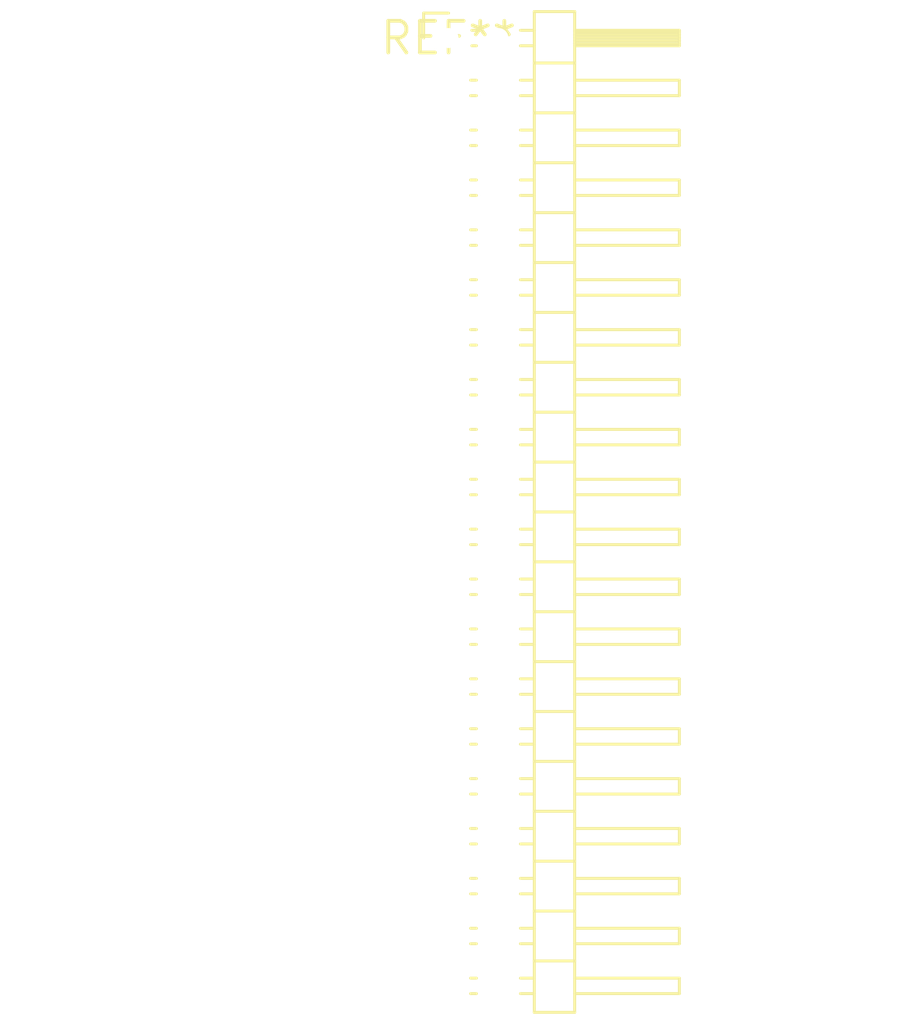
<source format=kicad_pcb>
(kicad_pcb (version 20240108) (generator pcbnew)
  (layers (0 "F.Cu" signal) (31 "B.Cu" signal) (34 "B.Paste" user) (35 "F.Paste" user) (36 "B.SilkS" user "B.Silkscreen") (37 "F.SilkS" user "F.Silkscreen") (38 "B.Mask" user) (39 "F.Mask" user) (44 "Edge.Cuts" user))
  (net 0 "")
  (footprint "PinHeader_2x20_P2.00mm_Horizontal" (layer "F.Cu") (at 0 0)
    (property "Reference" "REF**")
    (property "Value" "PinHeader_2x20_P2.00mm_Horizontal")
    (fp_line (start -1 -1) (end 0 -1) (layer "F.SilkS") (stroke (width 0.12)))
    (fp_line (start -1 0) (end -1 -1) (layer "F.SilkS") (stroke (width 0.12)))
    (fp_line (start 0.882114 1.69) (end 1.117886 1.69) (layer "F.SilkS") (stroke (width 0.12)))
    (fp_line (start 0.882114 2.31) (end 1.117886 2.31) (layer "F.SilkS") (stroke (width 0.12)))
    (fp_line (start 0.882114 3.69) (end 1.117886 3.69) (layer "F.SilkS") (stroke (width 0.12)))
    (fp_line (start 0.882114 4.31) (end 1.117886 4.31) (layer "F.SilkS") (stroke (width 0.12)))
    (fp_line (start 0.882114 5.69) (end 1.117886 5.69) (layer "F.SilkS") (stroke (width 0.12)))
    (fp_line (start 0.882114 6.31) (end 1.117886 6.31) (layer "F.SilkS") (stroke (width 0.12)))
    (fp_line (start 0.882114 7.69) (end 1.117886 7.69) (layer "F.SilkS") (stroke (width 0.12)))
    (fp_line (start 0.882114 8.31) (end 1.117886 8.31) (layer "F.SilkS") (stroke (width 0.12)))
    (fp_line (start 0.882114 9.69) (end 1.117886 9.69) (layer "F.SilkS") (stroke (width 0.12)))
    (fp_line (start 0.882114 10.31) (end 1.117886 10.31) (layer "F.SilkS") (stroke (width 0.12)))
    (fp_line (start 0.882114 11.69) (end 1.117886 11.69) (layer "F.SilkS") (stroke (width 0.12)))
    (fp_line (start 0.882114 12.31) (end 1.117886 12.31) (layer "F.SilkS") (stroke (width 0.12)))
    (fp_line (start 0.882114 13.69) (end 1.117886 13.69) (layer "F.SilkS") (stroke (width 0.12)))
    (fp_line (start 0.882114 14.31) (end 1.117886 14.31) (layer "F.SilkS") (stroke (width 0.12)))
    (fp_line (start 0.882114 15.69) (end 1.117886 15.69) (layer "F.SilkS") (stroke (width 0.12)))
    (fp_line (start 0.882114 16.31) (end 1.117886 16.31) (layer "F.SilkS") (stroke (width 0.12)))
    (fp_line (start 0.882114 17.69) (end 1.117886 17.69) (layer "F.SilkS") (stroke (width 0.12)))
    (fp_line (start 0.882114 18.31) (end 1.117886 18.31) (layer "F.SilkS") (stroke (width 0.12)))
    (fp_line (start 0.882114 19.69) (end 1.117886 19.69) (layer "F.SilkS") (stroke (width 0.12)))
    (fp_line (start 0.882114 20.31) (end 1.117886 20.31) (layer "F.SilkS") (stroke (width 0.12)))
    (fp_line (start 0.882114 21.69) (end 1.117886 21.69) (layer "F.SilkS") (stroke (width 0.12)))
    (fp_line (start 0.882114 22.31) (end 1.117886 22.31) (layer "F.SilkS") (stroke (width 0.12)))
    (fp_line (start 0.882114 23.69) (end 1.117886 23.69) (layer "F.SilkS") (stroke (width 0.12)))
    (fp_line (start 0.882114 24.31) (end 1.117886 24.31) (layer "F.SilkS") (stroke (width 0.12)))
    (fp_line (start 0.882114 25.69) (end 1.117886 25.69) (layer "F.SilkS") (stroke (width 0.12)))
    (fp_line (start 0.882114 26.31) (end 1.117886 26.31) (layer "F.SilkS") (stroke (width 0.12)))
    (fp_line (start 0.882114 27.69) (end 1.117886 27.69) (layer "F.SilkS") (stroke (width 0.12)))
    (fp_line (start 0.882114 28.31) (end 1.117886 28.31) (layer "F.SilkS") (stroke (width 0.12)))
    (fp_line (start 0.882114 29.69) (end 1.117886 29.69) (layer "F.SilkS") (stroke (width 0.12)))
    (fp_line (start 0.882114 30.31) (end 1.117886 30.31) (layer "F.SilkS") (stroke (width 0.12)))
    (fp_line (start 0.882114 31.69) (end 1.117886 31.69) (layer "F.SilkS") (stroke (width 0.12)))
    (fp_line (start 0.882114 32.31) (end 1.117886 32.31) (layer "F.SilkS") (stroke (width 0.12)))
    (fp_line (start 0.882114 33.69) (end 1.117886 33.69) (layer "F.SilkS") (stroke (width 0.12)))
    (fp_line (start 0.882114 34.31) (end 1.117886 34.31) (layer "F.SilkS") (stroke (width 0.12)))
    (fp_line (start 0.882114 35.69) (end 1.117886 35.69) (layer "F.SilkS") (stroke (width 0.12)))
    (fp_line (start 0.882114 36.31) (end 1.117886 36.31) (layer "F.SilkS") (stroke (width 0.12)))
    (fp_line (start 0.882114 37.69) (end 1.117886 37.69) (layer "F.SilkS") (stroke (width 0.12)))
    (fp_line (start 0.882114 38.31) (end 1.117886 38.31) (layer "F.SilkS") (stroke (width 0.12)))
    (fp_line (start 0.935 -0.31) (end 1.117886 -0.31) (layer "F.SilkS") (stroke (width 0.12)))
    (fp_line (start 0.935 0.31) (end 1.117886 0.31) (layer "F.SilkS") (stroke (width 0.12)))
    (fp_line (start 2.882114 -0.31) (end 3.44 -0.31) (layer "F.SilkS") (stroke (width 0.12)))
    (fp_line (start 2.882114 0.31) (end 3.44 0.31) (layer "F.SilkS") (stroke (width 0.12)))
    (fp_line (start 2.882114 1.69) (end 3.44 1.69) (layer "F.SilkS") (stroke (width 0.12)))
    (fp_line (start 2.882114 2.31) (end 3.44 2.31) (layer "F.SilkS") (stroke (width 0.12)))
    (fp_line (start 2.882114 3.69) (end 3.44 3.69) (layer "F.SilkS") (stroke (width 0.12)))
    (fp_line (start 2.882114 4.31) (end 3.44 4.31) (layer "F.SilkS") (stroke (width 0.12)))
    (fp_line (start 2.882114 5.69) (end 3.44 5.69) (layer "F.SilkS") (stroke (width 0.12)))
    (fp_line (start 2.882114 6.31) (end 3.44 6.31) (layer "F.SilkS") (stroke (width 0.12)))
    (fp_line (start 2.882114 7.69) (end 3.44 7.69) (layer "F.SilkS") (stroke (width 0.12)))
    (fp_line (start 2.882114 8.31) (end 3.44 8.31) (layer "F.SilkS") (stroke (width 0.12)))
    (fp_line (start 2.882114 9.69) (end 3.44 9.69) (layer "F.SilkS") (stroke (width 0.12)))
    (fp_line (start 2.882114 10.31) (end 3.44 10.31) (layer "F.SilkS") (stroke (width 0.12)))
    (fp_line (start 2.882114 11.69) (end 3.44 11.69) (layer "F.SilkS") (stroke (width 0.12)))
    (fp_line (start 2.882114 12.31) (end 3.44 12.31) (layer "F.SilkS") (stroke (width 0.12)))
    (fp_line (start 2.882114 13.69) (end 3.44 13.69) (layer "F.SilkS") (stroke (width 0.12)))
    (fp_line (start 2.882114 14.31) (end 3.44 14.31) (layer "F.SilkS") (stroke (width 0.12)))
    (fp_line (start 2.882114 15.69) (end 3.44 15.69) (layer "F.SilkS") (stroke (width 0.12)))
    (fp_line (start 2.882114 16.31) (end 3.44 16.31) (layer "F.SilkS") (stroke (width 0.12)))
    (fp_line (start 2.882114 17.69) (end 3.44 17.69) (layer "F.SilkS") (stroke (width 0.12)))
    (fp_line (start 2.882114 18.31) (end 3.44 18.31) (layer "F.SilkS") (stroke (width 0.12)))
    (fp_line (start 2.882114 19.69) (end 3.44 19.69) (layer "F.SilkS") (stroke (width 0.12)))
    (fp_line (start 2.882114 20.31) (end 3.44 20.31) (layer "F.SilkS") (stroke (width 0.12)))
    (fp_line (start 2.882114 21.69) (end 3.44 21.69) (layer "F.SilkS") (stroke (width 0.12)))
    (fp_line (start 2.882114 22.31) (end 3.44 22.31) (layer "F.SilkS") (stroke (width 0.12)))
    (fp_line (start 2.882114 23.69) (end 3.44 23.69) (layer "F.SilkS") (stroke (width 0.12)))
    (fp_line (start 2.882114 24.31) (end 3.44 24.31) (layer "F.SilkS") (stroke (width 0.12)))
    (fp_line (start 2.882114 25.69) (end 3.44 25.69) (layer "F.SilkS") (stroke (width 0.12)))
    (fp_line (start 2.882114 26.31) (end 3.44 26.31) (layer "F.SilkS") (stroke (width 0.12)))
    (fp_line (start 2.882114 27.69) (end 3.44 27.69) (layer "F.SilkS") (stroke (width 0.12)))
    (fp_line (start 2.882114 28.31) (end 3.44 28.31) (layer "F.SilkS") (stroke (width 0.12)))
    (fp_line (start 2.882114 29.69) (end 3.44 29.69) (layer "F.SilkS") (stroke (width 0.12)))
    (fp_line (start 2.882114 30.31) (end 3.44 30.31) (layer "F.SilkS") (stroke (width 0.12)))
    (fp_line (start 2.882114 31.69) (end 3.44 31.69) (layer "F.SilkS") (stroke (width 0.12)))
    (fp_line (start 2.882114 32.31) (end 3.44 32.31) (layer "F.SilkS") (stroke (width 0.12)))
    (fp_line (start 2.882114 33.69) (end 3.44 33.69) (layer "F.SilkS") (stroke (width 0.12)))
    (fp_line (start 2.882114 34.31) (end 3.44 34.31) (layer "F.SilkS") (stroke (width 0.12)))
    (fp_line (start 2.882114 35.69) (end 3.44 35.69) (layer "F.SilkS") (stroke (width 0.12)))
    (fp_line (start 2.882114 36.31) (end 3.44 36.31) (layer "F.SilkS") (stroke (width 0.12)))
    (fp_line (start 2.882114 37.69) (end 3.44 37.69) (layer "F.SilkS") (stroke (width 0.12)))
    (fp_line (start 2.882114 38.31) (end 3.44 38.31) (layer "F.SilkS") (stroke (width 0.12)))
    (fp_line (start 3.44 -1.06) (end 3.44 39.06) (layer "F.SilkS") (stroke (width 0.12)))
    (fp_line (start 3.44 1) (end 5.06 1) (layer "F.SilkS") (stroke (width 0.12)))
    (fp_line (start 3.44 3) (end 5.06 3) (layer "F.SilkS") (stroke (width 0.12)))
    (fp_line (start 3.44 5) (end 5.06 5) (layer "F.SilkS") (stroke (width 0.12)))
    (fp_line (start 3.44 7) (end 5.06 7) (layer "F.SilkS") (stroke (width 0.12)))
    (fp_line (start 3.44 9) (end 5.06 9) (layer "F.SilkS") (stroke (width 0.12)))
    (fp_line (start 3.44 11) (end 5.06 11) (layer "F.SilkS") (stroke (width 0.12)))
    (fp_line (start 3.44 13) (end 5.06 13) (layer "F.SilkS") (stroke (width 0.12)))
    (fp_line (start 3.44 15) (end 5.06 15) (layer "F.SilkS") (stroke (width 0.12)))
    (fp_line (start 3.44 17) (end 5.06 17) (layer "F.SilkS") (stroke (width 0.12)))
    (fp_line (start 3.44 19) (end 5.06 19) (layer "F.SilkS") (stroke (width 0.12)))
    (fp_line (start 3.44 21) (end 5.06 21) (layer "F.SilkS") (stroke (width 0.12)))
    (fp_line (start 3.44 23) (end 5.06 23) (layer "F.SilkS") (stroke (width 0.12)))
    (fp_line (start 3.44 25) (end 5.06 25) (layer "F.SilkS") (stroke (width 0.12)))
    (fp_line (start 3.44 27) (end 5.06 27) (layer "F.SilkS") (stroke (width 0.12)))
    (fp_line (start 3.44 29) (end 5.06 29) (layer "F.SilkS") (stroke (width 0.12)))
    (fp_line (start 3.44 31) (end 5.06 31) (layer "F.SilkS") (stroke (width 0.12)))
    (fp_line (start 3.44 33) (end 5.06 33) (layer "F.SilkS") (stroke (width 0.12)))
    (fp_line (start 3.44 35) (end 5.06 35) (layer "F.SilkS") (stroke (width 0.12)))
    (fp_line (start 3.44 37) (end 5.06 37) (layer "F.SilkS") (stroke (width 0.12)))
    (fp_line (start 3.44 39.06) (end 5.06 39.06) (layer "F.SilkS") (stroke (width 0.12)))
    (fp_line (start 5.06 -1.06) (end 3.44 -1.06) (layer "F.SilkS") (stroke (width 0.12)))
    (fp_line (start 5.06 -0.31) (end 9.26 -0.31) (layer "F.SilkS") (stroke (width 0.12)))
    (fp_line (start 5.06 -0.25) (end 9.26 -0.25) (layer "F.SilkS") (stroke (width 0.12)))
    (fp_line (start 5.06 -0.13) (end 9.26 -0.13) (layer "F.SilkS") (stroke (width 0.12)))
    (fp_line (start 5.06 -0.01) (end 9.26 -0.01) (layer "F.SilkS") (stroke (width 0.12)))
    (fp_line (start 5.06 0.11) (end 9.26 0.11) (layer "F.SilkS") (stroke (width 0.12)))
    (fp_line (start 5.06 0.23) (end 9.26 0.23) (layer "F.SilkS") (stroke (width 0.12)))
    (fp_line (start 5.06 1.69) (end 9.26 1.69) (layer "F.SilkS") (stroke (width 0.12)))
    (fp_line (start 5.06 3.69) (end 9.26 3.69) (layer "F.SilkS") (stroke (width 0.12)))
    (fp_line (start 5.06 5.69) (end 9.26 5.69) (layer "F.SilkS") (stroke (width 0.12)))
    (fp_line (start 5.06 7.69) (end 9.26 7.69) (layer "F.SilkS") (stroke (width 0.12)))
    (fp_line (start 5.06 9.69) (end 9.26 9.69) (layer "F.SilkS") (stroke (width 0.12)))
    (fp_line (start 5.06 11.69) (end 9.26 11.69) (layer "F.SilkS") (stroke (width 0.12)))
    (fp_line (start 5.06 13.69) (end 9.26 13.69) (layer "F.SilkS") (stroke (width 0.12)))
    (fp_line (start 5.06 15.69) (end 9.26 15.69) (layer "F.SilkS") (stroke (width 0.12)))
    (fp_line (start 5.06 17.69) (end 9.26 17.69) (layer "F.SilkS") (stroke (width 0.12)))
    (fp_line (start 5.06 19.69) (end 9.26 19.69) (layer "F.SilkS") (stroke (width 0.12)))
    (fp_line (start 5.06 21.69) (end 9.26 21.69) (layer "F.SilkS") (stroke (width 0.12)))
    (fp_line (start 5.06 23.69) (end 9.26 23.69) (layer "F.SilkS") (stroke (width 0.12)))
    (fp_line (start 5.06 25.69) (end 9.26 25.69) (layer "F.SilkS") (stroke (width 0.12)))
    (fp_line (start 5.06 27.69) (end 9.26 27.69) (layer "F.SilkS") (stroke (width 0.12)))
    (fp_line (start 5.06 29.69) (end 9.26 29.69) (layer "F.SilkS") (stroke (width 0.12)))
    (fp_line (start 5.06 31.69) (end 9.26 31.69) (layer "F.SilkS") (stroke (width 0.12)))
    (fp_line (start 5.06 33.69) (end 9.26 33.69) (layer "F.SilkS") (stroke (width 0.12)))
    (fp_line (start 5.06 35.69) (end 9.26 35.69) (layer "F.SilkS") (stroke (width 0.12)))
    (fp_line (start 5.06 37.69) (end 9.26 37.69) (layer "F.SilkS") (stroke (width 0.12)))
    (fp_line (start 5.06 39.06) (end 5.06 -1.06) (layer "F.SilkS") (stroke (width 0.12)))
    (fp_line (start 9.26 -0.31) (end 9.26 0.31) (layer "F.SilkS") (stroke (width 0.12)))
    (fp_line (start 9.26 0.31) (end 5.06 0.31) (layer "F.SilkS") (stroke (width 0.12)))
    (fp_line (start 9.26 1.69) (end 9.26 2.31) (layer "F.SilkS") (stroke (width 0.12)))
    (fp_line (start 9.26 2.31) (end 5.06 2.31) (layer "F.SilkS") (stroke (width 0.12)))
    (fp_line (start 9.26 3.69) (end 9.26 4.31) (layer "F.SilkS") (stroke (width 0.12)))
    (fp_line (start 9.26 4.31) (end 5.06 4.31) (layer "F.SilkS") (stroke (width 0.12)))
    (fp_line (start 9.26 5.69) (end 9.26 6.31) (layer "F.SilkS") (stroke (width 0.12)))
    (fp_line (start 9.26 6.31) (end 5.06 6.31) (layer "F.SilkS") (stroke (width 0.12)))
    (fp_line (start 9.26 7.69) (end 9.26 8.31) (layer "F.SilkS") (stroke (width 0.12)))
    (fp_line (start 9.26 8.31) (end 5.06 8.31) (layer "F.SilkS") (stroke (width 0.12)))
    (fp_line (start 9.26 9.69) (end 9.26 10.31) (layer "F.SilkS") (stroke (width 0.12)))
    (fp_line (start 9.26 10.31) (end 5.06 10.31) (layer "F.SilkS") (stroke (width 0.12)))
    (fp_line (start 9.26 11.69) (end 9.26 12.31) (layer "F.SilkS") (stroke (width 0.12)))
    (fp_line (start 9.26 12.31) (end 5.06 12.31) (layer "F.SilkS") (stroke (width 0.12)))
    (fp_line (start 9.26 13.69) (end 9.26 14.31) (layer "F.SilkS") (stroke (width 0.12)))
    (fp_line (start 9.26 14.31) (end 5.06 14.31) (layer "F.SilkS") (stroke (width 0.12)))
    (fp_line (start 9.26 15.69) (end 9.26 16.31) (layer "F.SilkS") (stroke (width 0.12)))
    (fp_line (start 9.26 16.31) (end 5.06 16.31) (layer "F.SilkS") (stroke (width 0.12)))
    (fp_line (start 9.26 17.69) (end 9.26 18.31) (layer "F.SilkS") (stroke (width 0.12)))
    (fp_line (start 9.26 18.31) (end 5.06 18.31) (layer "F.SilkS") (stroke (width 0.12)))
    (fp_line (start 9.26 19.69) (end 9.26 20.31) (layer "F.SilkS") (stroke (width 0.12)))
    (fp_line (start 9.26 20.31) (end 5.06 20.31) (layer "F.SilkS") (stroke (width 0.12)))
    (fp_line (start 9.26 21.69) (end 9.26 22.31) (layer "F.SilkS") (stroke (width 0.12)))
    (fp_line (start 9.26 22.31) (end 5.06 22.31) (layer "F.SilkS") (stroke (width 0.12)))
    (fp_line (start 9.26 23.69) (end 9.26 24.31) (layer "F.SilkS") (stroke (width 0.12)))
    (fp_line (start 9.26 24.31) (end 5.06 24.31) (layer "F.SilkS") (stroke (width 0.12)))
    (fp_line (start 9.26 25.69) (end 9.26 26.31) (layer "F.SilkS") (stroke (width 0.12)))
    (fp_line (start 9.26 26.31) (end 5.06 26.31) (layer "F.SilkS") (stroke (width 0.12)))
    (fp_line (start 9.26 27.69) (end 9.26 28.31) (layer "F.SilkS") (stroke (width 0.12)))
    (fp_line (start 9.26 28.31) (end 5.06 28.31) (layer "F.SilkS") (stroke (width 0.12)))
    (fp_line (start 9.26 29.69) (end 9.26 30.31) (layer "F.SilkS") (stroke (width 0.12)))
    (fp_line (start 9.26 30.31) (end 5.06 30.31) (layer "F.SilkS") (stroke (width 0.12)))
    (fp_line (start 9.26 31.69) (end 9.26 32.31) (layer "F.SilkS") (stroke (width 0.12)))
    (fp_line (start 9.26 32.31) (end 5.06 32.31) (layer "F.SilkS") (stroke (width 0.12)))
    (fp_line (start 9.26 33.69) (end 9.26 34.31) (layer "F.SilkS") (stroke (width 0.12)))
    (fp_line (start 9.26 34.31) (end 5.06 34.31) (layer "F.SilkS") (stroke (width 0.12)))
    (fp_line (start 9.26 35.69) (end 9.26 36.31) (layer "F.SilkS") (stroke (width 0.12)))
    (fp_line (start 9.26 36.31) (end 5.06 36.31) (layer "F.SilkS") (stroke (width 0.12)))
    (fp_line (start 9.26 37.69) (end 9.26 38.31) (layer "F.SilkS") (stroke (width 0.12)))
    (fp_line (start 9.26 38.31) (end 5.06 38.31) (layer "F.SilkS") (stroke (width 0.12)))
    (pad "1" thru_hole rect (at 0 0) (size 1.35 1.35) (drill 0.8) (layers *.Cu *.Mask) (remove_unused_layers))
    (pad "2" thru_hole oval (at 2 0) (size 1.35 1.35) (drill 0.8) (layers *.Cu *.Mask) (remove_unused_layers))
    (pad "3" thru_hole oval (at 0 2) (size 1.35 1.35) (drill 0.8) (layers *.Cu *.Mask) (remove_unused_layers))
    (pad "4" thru_hole oval (at 2 2) (size 1.35 1.35) (drill 0.8) (layers *.Cu *.Mask) (remove_unused_layers))
    (pad "5" thru_hole oval (at 0 4) (size 1.35 1.35) (drill 0.8) (layers *.Cu *.Mask) (remove_unused_layers))
    (pad "6" thru_hole oval (at 2 4) (size 1.35 1.35) (drill 0.8) (layers *.Cu *.Mask) (remove_unused_layers))
    (pad "7" thru_hole oval (at 0 6) (size 1.35 1.35) (drill 0.8) (layers *.Cu *.Mask) (remove_unused_layers))
    (pad "8" thru_hole oval (at 2 6) (size 1.35 1.35) (drill 0.8) (layers *.Cu *.Mask) (remove_unused_layers))
    (pad "9" thru_hole oval (at 0 8) (size 1.35 1.35) (drill 0.8) (layers *.Cu *.Mask) (remove_unused_layers))
    (pad "10" thru_hole oval (at 2 8) (size 1.35 1.35) (drill 0.8) (layers *.Cu *.Mask) (remove_unused_layers))
    (pad "11" thru_hole oval (at 0 10) (size 1.35 1.35) (drill 0.8) (layers *.Cu *.Mask) (remove_unused_layers))
    (pad "12" thru_hole oval (at 2 10) (size 1.35 1.35) (drill 0.8) (layers *.Cu *.Mask) (remove_unused_layers))
    (pad "13" thru_hole oval (at 0 12) (size 1.35 1.35) (drill 0.8) (layers *.Cu *.Mask) (remove_unused_layers))
    (pad "14" thru_hole oval (at 2 12) (size 1.35 1.35) (drill 0.8) (layers *.Cu *.Mask) (remove_unused_layers))
    (pad "15" thru_hole oval (at 0 14) (size 1.35 1.35) (drill 0.8) (layers *.Cu *.Mask) (remove_unused_layers))
    (pad "16" thru_hole oval (at 2 14) (size 1.35 1.35) (drill 0.8) (layers *.Cu *.Mask) (remove_unused_layers))
    (pad "17" thru_hole oval (at 0 16) (size 1.35 1.35) (drill 0.8) (layers *.Cu *.Mask) (remove_unused_layers))
    (pad "18" thru_hole oval (at 2 16) (size 1.35 1.35) (drill 0.8) (layers *.Cu *.Mask) (remove_unused_layers))
    (pad "19" thru_hole oval (at 0 18) (size 1.35 1.35) (drill 0.8) (layers *.Cu *.Mask) (remove_unused_layers))
    (pad "20" thru_hole oval (at 2 18) (size 1.35 1.35) (drill 0.8) (layers *.Cu *.Mask) (remove_unused_layers))
    (pad "21" thru_hole oval (at 0 20) (size 1.35 1.35) (drill 0.8) (layers *.Cu *.Mask) (remove_unused_layers))
    (pad "22" thru_hole oval (at 2 20) (size 1.35 1.35) (drill 0.8) (layers *.Cu *.Mask) (remove_unused_layers))
    (pad "23" thru_hole oval (at 0 22) (size 1.35 1.35) (drill 0.8) (layers *.Cu *.Mask) (remove_unused_layers))
    (pad "24" thru_hole oval (at 2 22) (size 1.35 1.35) (drill 0.8) (layers *.Cu *.Mask) (remove_unused_layers))
    (pad "25" thru_hole oval (at 0 24) (size 1.35 1.35) (drill 0.8) (layers *.Cu *.Mask) (remove_unused_layers))
    (pad "26" thru_hole oval (at 2 24) (size 1.35 1.35) (drill 0.8) (layers *.Cu *.Mask) (remove_unused_layers))
    (pad "27" thru_hole oval (at 0 26) (size 1.35 1.35) (drill 0.8) (layers *.Cu *.Mask) (remove_unused_layers))
    (pad "28" thru_hole oval (at 2 26) (size 1.35 1.35) (drill 0.8) (layers *.Cu *.Mask) (remove_unused_layers))
    (pad "29" thru_hole oval (at 0 28) (size 1.35 1.35) (drill 0.8) (layers *.Cu *.Mask) (remove_unused_layers))
    (pad "30" thru_hole oval (at 2 28) (size 1.35 1.35) (drill 0.8) (layers *.Cu *.Mask) (remove_unused_layers))
    (pad "31" thru_hole oval (at 0 30) (size 1.35 1.35) (drill 0.8) (layers *.Cu *.Mask) (remove_unused_layers))
    (pad "32" thru_hole oval (at 2 30) (size 1.35 1.35) (drill 0.8) (layers *.Cu *.Mask) (remove_unused_layers))
    (pad "33" thru_hole oval (at 0 32) (size 1.35 1.35) (drill 0.8) (layers *.Cu *.Mask) (remove_unused_layers))
    (pad "34" thru_hole oval (at 2 32) (size 1.35 1.35) (drill 0.8) (layers *.Cu *.Mask) (remove_unused_layers))
    (pad "35" thru_hole oval (at 0 34) (size 1.35 1.35) (drill 0.8) (layers *.Cu *.Mask) (remove_unused_layers))
    (pad "36" thru_hole oval (at 2 34) (size 1.35 1.35) (drill 0.8) (layers *.Cu *.Mask) (remove_unused_layers))
    (pad "37" thru_hole oval (at 0 36) (size 1.35 1.35) (drill 0.8) (layers *.Cu *.Mask) (remove_unused_layers))
    (pad "38" thru_hole oval (at 2 36) (size 1.35 1.35) (drill 0.8) (layers *.Cu *.Mask) (remove_unused_layers))
    (pad "39" thru_hole oval (at 0 38) (size 1.35 1.35) (drill 0.8) (layers *.Cu *.Mask) (remove_unused_layers))
    (pad "40" thru_hole oval (at 2 38) (size 1.35 1.35) (drill 0.8) (layers *.Cu *.Mask) (remove_unused_layers))
  )
)
</source>
